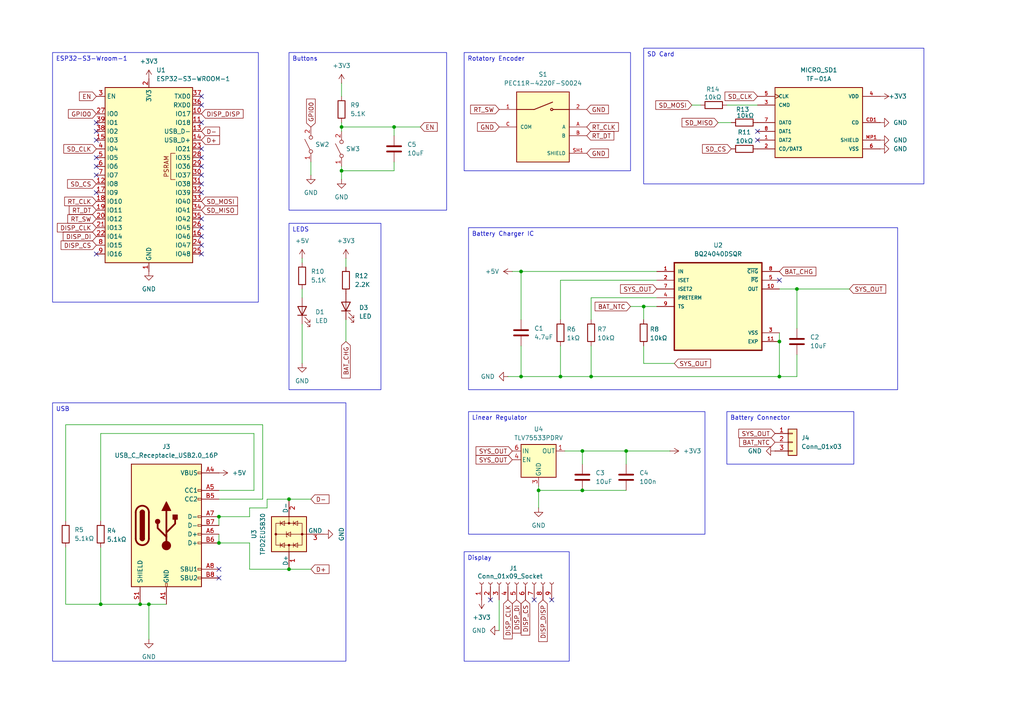
<source format=kicad_sch>
(kicad_sch (version 20250114) (generator "eeschema") (generator_version "9.0")
  (paper "A4")
  (title_block (title "Readily") (date "2026-02-16") (rev "v0.0.1") (company "Carlos Juar.eth"))
  (lib_symbols
    (symbol "BQ24040DSQR:BQ24040DSQR" (pin_names (offset 1.016))
      (property "Reference" "U" (at -12.7 13.7 0))
      (property "Value" "BQ24040DSQR" (at -12.7 -16.7 0))
      (symbol "BQ24040DSQR_0_0"
        (rectangle (start -12.7 -12.7) (end 12.7 12.7) (stroke (width 0.41)) (fill (type background)))
        (pin input line (at -17.78 10.16 0) (length 5.08) (name "IN") (number "1"))
        (pin input line (at -17.78 7.62 0) (length 5.08) (name "ISET") (number "2"))
        (pin input line (at -17.78 5.08 0) (length 5.08) (name "ISET2") (number "7"))
        (pin input line (at -17.78 2.54 0) (length 5.08) (name "PRETERM") (number "4"))
        (pin input line (at -17.78 0 0) (length 5.08) (name "TS") (number "9"))
        (pin output line (at 17.78 10.16 180) (length 5.08) (name "~{CHG}") (number "8"))
        (pin output line (at 17.78 7.62 180) (length 5.08) (name "~{PG}") (number "5"))
        (pin output line (at 17.78 5.08 180) (length 5.08) (name "OUT") (number "10"))
        (pin power_in line (at 17.78 -7.62 180) (length 5.08) (name "VSS") (number "3"))
        (pin power_in line (at 17.78 -10.16 180) (length 5.08) (name "EXP") (number "11"))
      )
    )
    (symbol "Connector:Conn_01x09_Socket" (pin_names (offset 1.016) (hide yes))
      (property "Reference" "J" (at 0 12.7 0))
      (property "Value" "Conn_01x09_Socket" (at 0 -12.7 0))
      (symbol "Conn_01x09_Socket_1_1"
        (polyline (pts (xy -1.27 10.16) (xy -0.508 10.16)) (stroke (width 0.1524)))
        (polyline (pts (xy -1.27 7.62) (xy -0.508 7.62)) (stroke (width 0.1524)))
        (polyline (pts (xy -1.27 5.08) (xy -0.508 5.08)) (stroke (width 0.1524)))
        (polyline (pts (xy -1.27 2.54) (xy -0.508 2.54)) (stroke (width 0.1524)))
        (polyline (pts (xy -1.27 0) (xy -0.508 0)) (stroke (width 0.1524)))
        (polyline (pts (xy -1.27 -2.54) (xy -0.508 -2.54)) (stroke (width 0.1524)))
        (polyline (pts (xy -1.27 -5.08) (xy -0.508 -5.08)) (stroke (width 0.1524)))
        (polyline (pts (xy -1.27 -7.62) (xy -0.508 -7.62)) (stroke (width 0.1524)))
        (polyline (pts (xy -1.27 -10.16) (xy -0.508 -10.16)) (stroke (width 0.1524)))
        (arc (start 0 9.652) (mid -0.5058 10.16) (end 0 10.668) (stroke (width 0.1524)))
        (arc (start 0 7.112) (mid -0.5058 7.62) (end 0 8.128) (stroke (width 0.1524)))
        (arc (start 0 4.572) (mid -0.5058 5.08) (end 0 5.588) (stroke (width 0.1524)))
        (arc (start 0 2.032) (mid -0.5058 2.54) (end 0 3.048) (stroke (width 0.1524)))
        (arc (start 0 -0.508) (mid -0.5058 0) (end 0 0.508) (stroke (width 0.1524)))
        (arc (start 0 -3.048) (mid -0.5058 -2.54) (end 0 -2.032) (stroke (width 0.1524)))
        (arc (start 0 -5.588) (mid -0.5058 -5.08) (end 0 -4.572) (stroke (width 0.1524)))
        (arc (start 0 -8.128) (mid -0.5058 -7.62) (end 0 -7.112) (stroke (width 0.1524)))
        (arc (start 0 -10.668) (mid -0.5058 -10.16) (end 0 -9.652) (stroke (width 0.1524)))
        (pin passive line (at -5.08 10.16 0) (length 3.81) (name "Pin_1") (number "1"))
        (pin passive line (at -5.08 7.62 0) (length 3.81) (name "Pin_2") (number "2"))
        (pin passive line (at -5.08 5.08 0) (length 3.81) (name "Pin_3") (number "3"))
        (pin passive line (at -5.08 2.54 0) (length 3.81) (name "Pin_4") (number "4"))
        (pin passive line (at -5.08 0 0) (length 3.81) (name "Pin_5") (number "5"))
        (pin passive line (at -5.08 -2.54 0) (length 3.81) (name "Pin_6") (number "6"))
        (pin passive line (at -5.08 -5.08 0) (length 3.81) (name "Pin_7") (number "7"))
        (pin passive line (at -5.08 -7.62 0) (length 3.81) (name "Pin_8") (number "8"))
        (pin passive line (at -5.08 -10.16 0) (length 3.81) (name "Pin_9") (number "9"))
      )
    )
    (symbol "Connector:USB_C_Receptacle_USB2.0_16P" (pin_names (offset 1.016))
      (property "Reference" "J" (at 0 22.225 0))
      (property "Value" "USB_C_Receptacle_USB2.0_16P" (at 0 19.685 0))
      (symbol "USB_C_Receptacle_USB2.0_16P_0_0"
        (rectangle (start -0.254 -17.78) (end 0.254 -16.764))
        (rectangle (start 10.16 15.494) (end 9.144 14.986))
        (rectangle (start 10.16 10.414) (end 9.144 9.906))
        (rectangle (start 10.16 7.874) (end 9.144 7.366))
        (rectangle (start 10.16 2.794) (end 9.144 2.286))
        (rectangle (start 10.16 0.254) (end 9.144 -0.254))
        (rectangle (start 10.16 -2.286) (end 9.144 -2.794))
        (rectangle (start 10.16 -4.826) (end 9.144 -5.334))
        (rectangle (start 10.16 -12.446) (end 9.144 -12.954))
        (rectangle (start 10.16 -14.986) (end 9.144 -15.494))
      )
      (symbol "USB_C_Receptacle_USB2.0_16P_0_1"
        (rectangle (start -10.16 17.78) (end 10.16 -17.78) (stroke (width 0.254)) (fill (type background)))
        (polyline (pts (xy -8.89 -3.81) (xy -8.89 3.81)) (stroke (width 0.508)))
        (rectangle (start -7.62 -3.81) (end -6.35 3.81) (stroke (width 0.254)) (fill (type outline)))
        (arc (start -7.62 3.81) (mid -6.985 4.4423) (end -6.35 3.81) (stroke (width 0.254)))
        (arc (start -7.62 3.81) (mid -6.985 4.4423) (end -6.35 3.81) (stroke (width 0.254)) (fill (type outline)))
        (arc (start -8.89 3.81) (mid -6.985 5.7067) (end -5.08 3.81) (stroke (width 0.508)))
        (arc (start -5.08 -3.81) (mid -6.985 -5.7067) (end -8.89 -3.81) (stroke (width 0.508)))
        (arc (start -6.35 -3.81) (mid -6.985 -4.4423) (end -7.62 -3.81) (stroke (width 0.254)))
        (arc (start -6.35 -3.81) (mid -6.985 -4.4423) (end -7.62 -3.81) (stroke (width 0.254)) (fill (type outline)))
        (polyline (pts (xy -5.08 3.81) (xy -5.08 -3.81)) (stroke (width 0.508)))
        (circle (center -2.54 1.143) (radius 0.635) (stroke (width 0.254)) (fill (type outline)))
        (polyline (pts (xy -1.27 4.318) (xy 0 6.858) (xy 1.27 4.318) (xy -1.27 4.318)) (stroke (width 0.254)) (fill (type outline)))
        (polyline (pts (xy 0 -2.032) (xy 2.54 0.508) (xy 2.54 1.778)) (stroke (width 0.508)))
        (polyline (pts (xy 0 -3.302) (xy -2.54 -0.762) (xy -2.54 0.508)) (stroke (width 0.508)))
        (polyline (pts (xy 0 -5.842) (xy 0 4.318)) (stroke (width 0.508)))
        (circle (center 0 -5.842) (radius 1.27) (fill (type outline)))
        (rectangle (start 1.905 1.778) (end 3.175 3.048) (stroke (width 0.254)) (fill (type outline)))
      )
      (symbol "USB_C_Receptacle_USB2.0_16P_1_1"
        (pin passive line (at -7.62 -22.86 90) (length 5.08) (name "SHIELD") (number "S1"))
        (pin passive line (at 0 -22.86 90) (length 5.08) (name "GND") (number "A1"))
        (pin passive line (at 0 -22.86 90) (length 5.08) (hide yes) (name "GND") (number "A12"))
        (pin passive line (at 0 -22.86 90) (length 5.08) (hide yes) (name "GND") (number "B1"))
        (pin passive line (at 0 -22.86 90) (length 5.08) (hide yes) (name "GND") (number "B12"))
        (pin passive line (at 15.24 15.24 180) (length 5.08) (name "VBUS") (number "A4"))
        (pin passive line (at 15.24 15.24 180) (length 5.08) (hide yes) (name "VBUS") (number "A9"))
        (pin passive line (at 15.24 15.24 180) (length 5.08) (hide yes) (name "VBUS") (number "B4"))
        (pin passive line (at 15.24 15.24 180) (length 5.08) (hide yes) (name "VBUS") (number "B9"))
        (pin bidirectional line (at 15.24 10.16 180) (length 5.08) (name "CC1") (number "A5"))
        (pin bidirectional line (at 15.24 7.62 180) (length 5.08) (name "CC2") (number "B5"))
        (pin bidirectional line (at 15.24 2.54 180) (length 5.08) (name "D-") (number "A7"))
        (pin bidirectional line (at 15.24 0 180) (length 5.08) (name "D-") (number "B7"))
        (pin bidirectional line (at 15.24 -2.54 180) (length 5.08) (name "D+") (number "A6"))
        (pin bidirectional line (at 15.24 -5.08 180) (length 5.08) (name "D+") (number "B6"))
        (pin bidirectional line (at 15.24 -12.7 180) (length 5.08) (name "SBU1") (number "A8"))
        (pin bidirectional line (at 15.24 -15.24 180) (length 5.08) (name "SBU2") (number "B8"))
      )
    )
    (symbol "Connector_Generic:Conn_01x03" (pin_names (offset 1.016) (hide yes))
      (property "Reference" "J" (at 0 5.08 0))
      (property "Value" "Conn_01x03" (at 0 -5.08 0))
      (symbol "Conn_01x03_1_1"
        (rectangle (start -1.27 3.81) (end 1.27 -3.81) (stroke (width 0.254)) (fill (type background)))
        (rectangle (start -1.27 2.667) (end 0 2.413) (stroke (width 0.1524)))
        (rectangle (start -1.27 0.127) (end 0 -0.127) (stroke (width 0.1524)))
        (rectangle (start -1.27 -2.413) (end 0 -2.667) (stroke (width 0.1524)))
        (pin passive line (at -5.08 2.54 0) (length 3.81) (name "Pin_1") (number "1"))
        (pin passive line (at -5.08 0 0) (length 3.81) (name "Pin_2") (number "2"))
        (pin passive line (at -5.08 -2.54 0) (length 3.81) (name "Pin_3") (number "3"))
      )
    )
    (symbol "Device:C" (pin_numbers (hide yes)) (pin_names (offset 0.254))
      (property "Reference" "C" (at 0.635 2.54 0))
      (property "Value" "C" (at 0.635 -2.54 0))
      (symbol "C_0_1"
        (polyline (pts (xy -2.032 0.762) (xy 2.032 0.762)) (stroke (width 0.508)))
        (polyline (pts (xy -2.032 -0.762) (xy 2.032 -0.762)) (stroke (width 0.508)))
      )
      (symbol "C_1_1"
        (pin passive line (at 0 3.81 270) (length 2.794) (name "~") (number "1"))
        (pin passive line (at 0 -3.81 90) (length 2.794) (name "~") (number "2"))
      )
    )
    (symbol "Device:LED" (pin_numbers (hide yes)) (pin_names (offset 1.016) (hide yes))
      (property "Reference" "D" (at 0 2.54 0))
      (property "Value" "LED" (at 0 -2.54 0))
      (symbol "LED_0_1"
        (polyline (pts (xy -3.048 -0.762) (xy -4.572 -2.286) (xy -3.81 -2.286) (xy -4.572 -2.286) (xy -4.572 -1.524)))
        (polyline (pts (xy -1.778 -0.762) (xy -3.302 -2.286) (xy -2.54 -2.286) (xy -3.302 -2.286) (xy -3.302 -1.524)))
        (polyline (pts (xy -1.27 0) (xy 1.27 0)))
        (polyline (pts (xy -1.27 -1.27) (xy -1.27 1.27)) (stroke (width 0.254)))
        (polyline (pts (xy 1.27 -1.27) (xy 1.27 1.27) (xy -1.27 0) (xy 1.27 -1.27)) (stroke (width 0.254)))
      )
      (symbol "LED_1_1"
        (pin passive line (at -3.81 0 0) (length 2.54) (name "K") (number "1"))
        (pin passive line (at 3.81 0 180) (length 2.54) (name "A") (number "2"))
      )
    )
    (symbol "Device:R" (pin_numbers (hide yes)) (pin_names (offset 0))
      (property "Reference" "R" (at 2.032 0 90))
      (property "Value" "R" (at 0 0 90))
      (symbol "R_0_1"
        (rectangle (start -1.016 -2.54) (end 1.016 2.54) (stroke (width 0.254)))
      )
      (symbol "R_1_1"
        (pin passive line (at 0 3.81 270) (length 1.27) (name "~") (number "1"))
        (pin passive line (at 0 -3.81 90) (length 1.27) (name "~") (number "2"))
      )
    )
    (symbol "Power_Protection:TPD2EUSB30" (pin_names (offset 0))
      (property "Reference" "U" (at 0 6.35 0))
      (property "Value" "TPD2EUSB30" (at 7.62 -7.62 0))
      (symbol "TPD2EUSB30_0_1"
        (rectangle (start -5.08 5.08) (end 5.08 -5.08) (stroke (width 0.254)) (fill (type background)))
        (polyline (pts (xy -5.08 0) (xy -3.175 0)))
        (polyline (pts (xy -3.81 2.54) (xy -2.54 2.54)))
        (polyline (pts (xy -3.81 -1.27) (xy -2.54 -1.27)))
        (rectangle (start -3.175 3.81) (end 3.175 -3.81))
        (circle (center -3.175 0) (radius 0.2794) (fill (type outline)))
        (polyline (pts (xy -2.54 1.27) (xy -3.81 1.27) (xy -3.175 2.54) (xy -2.54 1.27)))
        (polyline (pts (xy -2.54 -2.54) (xy -3.81 -2.54) (xy -3.175 -1.27) (xy -2.54 -2.54)))
        (circle (center 0 3.81) (radius 0.2794) (fill (type outline)))
        (polyline (pts (xy 0 3.81) (xy 0 -5.08)))
        (circle (center 0 -3.81) (radius 0.2794) (fill (type outline)))
        (polyline (pts (xy 0.635 -0.508) (xy -0.635 -0.508) (xy 0 0.762) (xy 0.635 -0.508)))
        (polyline (pts (xy 0.762 0.762) (xy -0.762 0.762) (xy -0.762 0.508)))
        (polyline (pts (xy 2.54 2.54) (xy 3.81 2.54)))
        (polyline (pts (xy 2.54 -1.27) (xy 3.81 -1.27)))
        (circle (center 3.175 0) (radius 0.2794) (fill (type outline)))
        (polyline (pts (xy 3.81 1.27) (xy 2.54 1.27) (xy 3.175 2.54) (xy 3.81 1.27)))
        (polyline (pts (xy 3.81 -2.54) (xy 2.54 -2.54) (xy 3.175 -1.27) (xy 3.81 -2.54)))
        (polyline (pts (xy 5.08 0) (xy 3.175 0)))
      )
      (symbol "TPD2EUSB30_1_1"
        (pin passive line (at -10.16 0 0) (length 5.08) (name "D+") (number "1"))
        (pin passive line (at 0 -10.16 90) (length 5.08) (name "GND") (number "3"))
        (pin passive line (at 10.16 0 180) (length 5.08) (name "D-") (number "2"))
      )
    )
    (symbol "RF_Module:ESP32-S3-WROOM-1"
      (property "Reference" "U" (at -12.7 26.67 0))
      (property "Value" "ESP32-S3-WROOM-1" (at 12.7 26.67 0))
      (symbol "ESP32-S3-WROOM-1_0_0"
        (rectangle (start -12.7 25.4) (end 12.7 -25.4) (stroke (width 0.254)) (fill (type background)))
        (text "PSRAM" (at 5.08 2.54 900) (effects (font (size 1.27 1.27))))
      )
      (symbol "ESP32-S3-WROOM-1_0_1"
        (polyline (pts (xy 7.62 -1.27) (xy 6.35 -1.27) (xy 6.35 6.35) (xy 7.62 6.35)))
      )
      (symbol "ESP32-S3-WROOM-1_1_1"
        (pin input line (at -15.24 22.86 0) (length 2.54) (name "EN") (number "3"))
        (pin bidirectional line (at -15.24 17.78 0) (length 2.54) (name "IO0") (number "27"))
        (pin bidirectional line (at -15.24 15.24 0) (length 2.54) (name "IO1") (number "39"))
        (pin bidirectional line (at -15.24 12.7 0) (length 2.54) (name "IO2") (number "38"))
        (pin bidirectional line (at -15.24 10.16 0) (length 2.54) (name "IO3") (number "15"))
        (pin bidirectional line (at -15.24 7.62 0) (length 2.54) (name "IO4") (number "4"))
        (pin bidirectional line (at -15.24 5.08 0) (length 2.54) (name "IO5") (number "5"))
        (pin bidirectional line (at -15.24 2.54 0) (length 2.54) (name "IO6") (number "6"))
        (pin bidirectional line (at -15.24 0 0) (length 2.54) (name "IO7") (number "7"))
        (pin bidirectional line (at -15.24 -2.54 0) (length 2.54) (name "IO8") (number "12"))
        (pin bidirectional line (at -15.24 -5.08 0) (length 2.54) (name "IO9") (number "17"))
        (pin bidirectional line (at -15.24 -7.62 0) (length 2.54) (name "IO10") (number "18"))
        (pin bidirectional line (at -15.24 -10.16 0) (length 2.54) (name "IO11") (number "19"))
        (pin bidirectional line (at -15.24 -12.7 0) (length 2.54) (name "IO12") (number "20"))
        (pin bidirectional line (at -15.24 -15.24 0) (length 2.54) (name "IO13") (number "21"))
        (pin bidirectional line (at -15.24 -17.78 0) (length 2.54) (name "IO14") (number "22"))
        (pin bidirectional line (at -15.24 -20.32 0) (length 2.54) (name "IO15") (number "8"))
        (pin bidirectional line (at -15.24 -22.86 0) (length 2.54) (name "IO16") (number "9"))
        (pin power_in line (at 0 27.94 270) (length 2.54) (name "3V3") (number "2"))
        (pin power_in line (at 0 -27.94 90) (length 2.54) (name "GND") (number "1"))
        (pin passive line (at 0 -27.94 90) (length 2.54) (hide yes) (name "GND") (number "40"))
        (pin passive line (at 0 -27.94 90) (length 2.54) (hide yes) (name "GND") (number "41"))
        (pin bidirectional line (at 15.24 22.86 180) (length 2.54) (name "TXD0") (number "37"))
        (pin bidirectional line (at 15.24 20.32 180) (length 2.54) (name "RXD0") (number "36"))
        (pin bidirectional line (at 15.24 17.78 180) (length 2.54) (name "IO17") (number "10"))
        (pin bidirectional line (at 15.24 15.24 180) (length 2.54) (name "IO18") (number "11"))
        (pin bidirectional line (at 15.24 12.7 180) (length 2.54) (name "USB_D-") (number "13"))
        (pin bidirectional line (at 15.24 10.16 180) (length 2.54) (name "USB_D+") (number "14"))
        (pin bidirectional line (at 15.24 7.62 180) (length 2.54) (name "IO21") (number "23"))
        (pin bidirectional line (at 15.24 5.08 180) (length 2.54) (name "IO35") (number "28"))
        (pin bidirectional line (at 15.24 2.54 180) (length 2.54) (name "IO36") (number "29"))
        (pin bidirectional line (at 15.24 0 180) (length 2.54) (name "IO37") (number "30"))
        (pin bidirectional line (at 15.24 -2.54 180) (length 2.54) (name "IO38") (number "31"))
        (pin bidirectional line (at 15.24 -5.08 180) (length 2.54) (name "IO39") (number "32"))
        (pin bidirectional line (at 15.24 -7.62 180) (length 2.54) (name "IO40") (number "33"))
        (pin bidirectional line (at 15.24 -10.16 180) (length 2.54) (name "IO41") (number "34"))
        (pin bidirectional line (at 15.24 -12.7 180) (length 2.54) (name "IO42") (number "35"))
        (pin bidirectional line (at 15.24 -15.24 180) (length 2.54) (name "IO45") (number "26"))
        (pin bidirectional line (at 15.24 -17.78 180) (length 2.54) (name "IO46") (number "16"))
        (pin bidirectional line (at 15.24 -20.32 180) (length 2.54) (name "IO47") (number "24"))
        (pin bidirectional line (at 15.24 -22.86 180) (length 2.54) (name "IO48") (number "25"))
      )
    )
    (symbol "Regulator_Linear:TLV75533PDRV" (pin_names (offset 0.254))
      (property "Reference" "U" (at -3.81 5.715 0))
      (property "Value" "TLV75533PDRV" (at 0 5.715 0))
      (symbol "TLV75533PDRV_0_1"
        (rectangle (start -5.08 4.445) (end 5.08 -5.08) (stroke (width 0.254)) (fill (type background)))
      )
      (symbol "TLV75533PDRV_1_1"
        (pin power_in line (at -7.62 2.54 0) (length 2.54) (name "IN") (number "6"))
        (pin input line (at -7.62 0 0) (length 2.54) (name "EN") (number "4"))
        (pin power_in line (at 0 -7.62 90) (length 2.54) (name "GND") (number "3"))
        (pin passive line (at 0 -7.62 90) (length 2.54) (hide yes) (name "GND") (number "7"))
        (pin no_connect line (at 5.08 0 180) (length 2.54) (hide yes) (name "NC") (number "2"))
        (pin no_connect line (at 5.08 -2.54 180) (length 2.54) (hide yes) (name "NC") (number "5"))
        (pin power_out line (at 7.62 2.54 180) (length 2.54) (name "OUT") (number "1"))
      )
    )
    (symbol "RotatoryEncoder:PEC11R-4220F-S0024" (pin_names (offset 1.016))
      (property "Reference" "S" (at -7.62 10.922 0))
      (property "Value" "PEC11R-4220F-S0024" (at -7.62 -12.7 0))
      (symbol "PEC11R-4220F-S0024_0_0"
        (rectangle (start -7.62 -10.16) (end 7.62 10.16) (stroke (width 0.254)) (fill (type background)))
        (polyline (pts (xy -2.54 5.08) (xy -7.62 5.08)) (stroke (width 0.254)))
        (polyline (pts (xy -2.54 5.08) (xy 2.794 7.2136)) (stroke (width 0.254)))
        (circle (center 2.54 5.08) (radius 0.3302) (stroke (width 0.254)))
        (polyline (pts (xy 7.62 5.08) (xy 2.921 5.08)) (stroke (width 0.254)))
        (pin passive line (at -12.7 5.08 0) (length 5.08) (name "~") (number "1"))
        (pin passive line (at -12.7 0 0) (length 5.08) (name "COM") (number "C"))
        (pin passive line (at 12.7 5.08 180) (length 5.08) (name "~") (number "2"))
        (pin passive line (at 12.7 0 180) (length 5.08) (name "A") (number "A"))
        (pin passive line (at 12.7 -2.54 180) (length 5.08) (name "B") (number "B"))
        (pin passive line (at 12.7 -7.62 180) (length 5.08) (name "SHIELD") (number "SH1"))
        (pin passive line (at 12.7 -7.62 180) (length 5.08) (hide yes) (name "SHIELD") (number "SH2"))
      )
    )
    (symbol "Switch:SW_SPST" (pin_names (offset 0) (hide yes))
      (property "Reference" "SW" (at 0 3.175 0))
      (property "Value" "SW_SPST" (at 0 -2.54 0))
      (symbol "SW_SPST_0_0"
        (circle (center -2.032 0) (radius 0.508))
        (polyline (pts (xy -1.524 0.254) (xy 1.524 1.778)))
        (circle (center 2.032 0) (radius 0.508))
      )
      (symbol "SW_SPST_1_1"
        (pin passive line (at -5.08 0 0) (length 2.54) (name "A") (number "1"))
        (pin passive line (at 5.08 0 180) (length 2.54) (name "B") (number "2"))
      )
    )
    (symbol "TF-01A:TF-01A" (pin_names (offset 1.016))
      (property "Reference" "MICRO_SD" (at -12.7 10.795 0))
      (property "Value" "TF-01A" (at -12.7 -12.7 0))
      (symbol "TF-01A_0_0"
        (rectangle (start -12.7 -10.16) (end 12.7 10.16) (stroke (width 0.254)) (fill (type background)))
        (pin bidirectional clock (at -17.78 7.62 0) (length 5.08) (name "CLK") (number "5"))
        (pin bidirectional line (at -17.78 5.08 0) (length 5.08) (name "CMD") (number "3"))
        (pin bidirectional line (at -17.78 0 0) (length 5.08) (name "DAT0") (number "7"))
        (pin bidirectional line (at -17.78 -2.54 0) (length 5.08) (name "DAT1") (number "8"))
        (pin bidirectional line (at -17.78 -5.08 0) (length 5.08) (name "DAT2") (number "1"))
        (pin bidirectional line (at -17.78 -7.62 0) (length 5.08) (name "CD/DAT3") (number "2"))
        (pin power_in line (at 17.78 7.62 180) (length 5.08) (name "VDD") (number "4"))
        (pin passive line (at 17.78 0 180) (length 5.08) (name "CD") (number "CD1"))
        (pin power_in line (at 17.78 -5.08 180) (length 5.08) (name "SHIELD") (number "MP1"))
        (pin power_in line (at 17.78 -5.08 180) (length 5.08) (hide yes) (name "SHIELD") (number "MP2"))
        (pin power_in line (at 17.78 -5.08 180) (length 5.08) (hide yes) (name "SHIELD") (number "MP3"))
        (pin power_in line (at 17.78 -5.08 180) (length 5.08) (hide yes) (name "SHIELD") (number "MP4"))
        (pin power_in line (at 17.78 -7.62 180) (length 5.08) (name "VSS") (number "6"))
      )
    )
    (symbol "power:GND" (power) (pin_numbers (hide yes)) (pin_names (offset 0) (hide yes))
      (property "Value" "GND" (at 0 -3.81 0))
      (symbol "GND_0_1"
        (polyline (pts (xy 0 0) (xy 0 -1.27) (xy 1.27 -1.27) (xy 0 -2.54) (xy -1.27 -1.27) (xy 0 -1.27)))
      )
      (symbol "GND_1_1"
        (pin power_in line (at 0 0 270) (length 0) (name "~") (number "1"))
      )
    )
    (symbol "power:VCC" (power) (pin_numbers (hide yes)) (pin_names (offset 0) (hide yes))
      (property "Value" "VCC" (at 0 3.556 0))
      (symbol "VCC_0_1"
        (polyline (pts (xy -0.762 1.27) (xy 0 2.54)))
        (polyline (pts (xy 0 2.54) (xy 0.762 1.27)))
        (polyline (pts (xy 0 0) (xy 0 2.54)))
      )
      (symbol "VCC_1_1"
        (pin power_in line (at 0 0 90) (length 0) (name "~") (number "1"))
      )
    )
  )
  (text_box "Battery Connector\n" (at 210.82 119.38 0) (size 36.83 15.24) (margins 0.9525 0.9525 0.9525 0.9525) (effects (font (size 1.27 1.27)) (justify left top)))
  (text_box "LEDS" (at 83.82 64.77 0) (size 26.67 48.26) (margins 0.9525 0.9525 0.9525 0.9525) (effects (font (size 1.27 1.27)) (justify left top)))
  (text_box "Rotatory Encoder" (at 134.62 15.24 0) (size 48.26 34.29) (margins 0.9525 0.9525 0.9525 0.9525) (effects (font (size 1.27 1.27)) (justify left top)))
  (text_box "Linear Regulator" (at 135.89 119.38 0) (size 68.58 35.56) (margins 0.9525 0.9525 0.9525 0.9525) (effects (font (size 1.27 1.27)) (justify left top)))
  (text_box "Buttons" (at 83.82 15.24 0) (size 45.72 45.72) (margins 0.9525 0.9525 0.9525 0.9525) (effects (font (size 1.27 1.27)) (justify left top)))
  (text_box "USB" (at 15.24 116.84 0) (size 85.09 74.93) (margins 0.9525 0.9525 0.9525 0.9525) (effects (font (size 1.27 1.27)) (justify left top)))
  (text_box "ESP32-S3-Wroom-1" (at 15.24 15.24 0) (size 59.69 72.39) (margins 0.9525 0.9525 0.9525 0.9525) (effects (font (size 1.27 1.27)) (justify left top)))
  (text_box "Display" (at 134.62 160.02 0) (size 30.48 31.75) (margins 0.9525 0.9525 0.9525 0.9525) (effects (font (size 1.27 1.27)) (justify left top)))
  (text_box "SD Card" (at 186.69 13.97 0) (size 81.28 39.37) (margins 0.9525 0.9525 0.9525 0.9525) (effects (font (size 1.27 1.27)) (justify left top)))
  (text_box "Battery Charger IC" (at 135.89 66.04 0) (size 124.46 46.99) (margins 0.9525 0.9525 0.9525 0.9525) (effects (font (size 1.27 1.27)) (justify left top)))
  (junction (at 29.21 175.26))
  (junction (at 63.5 157.48))
  (junction (at 168.91 130.81))
  (junction (at 162.56 109.22))
  (junction (at 226.06 99.06))
  (junction (at 63.5 149.86))
  (junction (at 171.45 109.22))
  (junction (at 186.69 88.9))
  (junction (at 181.61 130.81))
  (junction (at 151.13 109.22))
  (junction (at 231.14 83.82))
  (junction (at 99.06 36.83))
  (junction (at 83.82 144.78))
  (junction (at 114.3 36.83))
  (junction (at 83.82 165.1))
  (junction (at 226.06 109.22))
  (junction (at 40.64 175.26))
  (junction (at 151.13 78.74))
  (junction (at 168.91 142.24))
  (junction (at 43.18 175.26))
  (junction (at 99.06 49.53))
  (junction (at 156.21 142.24))
  (no_connect (at 63.5 167.64))
  (no_connect (at 58.42 27.94))
  (no_connect (at 58.42 48.26))
  (no_connect (at 58.42 53.34))
  (no_connect (at 58.42 43.18))
  (no_connect (at 58.42 68.58))
  (no_connect (at 160.02 173.99))
  (no_connect (at 27.94 38.1))
  (no_connect (at 58.42 66.04))
  (no_connect (at 219.71 40.64))
  (no_connect (at 27.94 35.56))
  (no_connect (at 27.94 40.64))
  (no_connect (at 226.06 81.28))
  (no_connect (at 58.42 63.5))
  (no_connect (at 27.94 48.26))
  (no_connect (at 154.94 173.99))
  (no_connect (at 58.42 50.8))
  (no_connect (at 58.42 35.56))
  (no_connect (at 58.42 30.48))
  (no_connect (at 27.94 45.72))
  (no_connect (at 142.24 173.99))
  (no_connect (at 27.94 55.88))
  (no_connect (at 27.94 73.66))
  (no_connect (at 58.42 55.88))
  (no_connect (at 27.94 50.8))
  (no_connect (at 63.5 165.1))
  (no_connect (at 58.42 45.72))
  (no_connect (at 219.71 38.1))
  (no_connect (at 58.42 73.66))
  (no_connect (at 58.42 71.12))
  (wire (pts (xy 168.91 130.81) (xy 163.83 130.81)))
  (wire (pts (xy 100.33 74.93) (xy 100.33 77.47)))
  (wire (pts (xy 63.5 142.24) (xy 73.66 142.24)))
  (wire (pts (xy 171.45 100.33) (xy 171.45 109.22)))
  (wire (pts (xy 100.33 92.71) (xy 100.33 99.06)))
  (wire (pts (xy 195.58 105.41) (xy 186.69 105.41)))
  (wire (pts (xy 29.21 175.26) (xy 40.64 175.26)))
  (wire (pts (xy 73.66 142.24) (xy 73.66 125.73)))
  (wire (pts (xy 171.45 109.22) (xy 162.56 109.22)))
  (wire (pts (xy 99.06 52.07) (xy 99.06 49.53)))
  (wire (pts (xy 210.82 30.48) (xy 219.71 30.48)))
  (wire (pts (xy 90.17 50.8) (xy 90.17 46.99)))
  (wire (pts (xy 162.56 109.22) (xy 151.13 109.22)))
  (wire (pts (xy 99.06 49.53) (xy 99.06 48.26)))
  (wire (pts (xy 162.56 81.28) (xy 162.56 92.71)))
  (wire (pts (xy 181.61 130.81) (xy 181.61 134.62)))
  (wire (pts (xy 168.91 142.24) (xy 181.61 142.24)))
  (wire (pts (xy 156.21 142.24) (xy 156.21 140.97)))
  (wire (pts (xy 151.13 100.33) (xy 151.13 109.22)))
  (wire (pts (xy 182.88 88.9) (xy 186.69 88.9)))
  (wire (pts (xy 200.66 30.48) (xy 203.2 30.48)))
  (wire (pts (xy 181.61 130.81) (xy 168.91 130.81)))
  (wire (pts (xy 194.31 130.81) (xy 181.61 130.81)))
  (wire (pts (xy 231.14 83.82) (xy 246.38 83.82)))
  (wire (pts (xy 43.18 175.26) (xy 43.18 185.42)))
  (wire (pts (xy 99.06 49.53) (xy 114.3 49.53)))
  (wire (pts (xy 29.21 125.73) (xy 29.21 151.13)))
  (wire (pts (xy 99.06 35.56) (xy 99.06 36.83)))
  (wire (pts (xy 151.13 78.74) (xy 190.5 78.74)))
  (wire (pts (xy 29.21 158.75) (xy 29.21 175.26)))
  (wire (pts (xy 99.06 36.83) (xy 99.06 38.1)))
  (wire (pts (xy 114.3 39.37) (xy 114.3 36.83)))
  (wire (pts (xy 72.39 149.86) (xy 63.5 149.86)))
  (wire (pts (xy 171.45 86.36) (xy 190.5 86.36)))
  (wire (pts (xy 114.3 46.99) (xy 114.3 49.53)))
  (wire (pts (xy 231.14 83.82) (xy 231.14 95.25)))
  (wire (pts (xy 226.06 96.52) (xy 226.06 99.06)))
  (wire (pts (xy 162.56 81.28) (xy 190.5 81.28)))
  (wire (pts (xy 226.06 83.82) (xy 231.14 83.82)))
  (wire (pts (xy 151.13 109.22) (xy 147.32 109.22)))
  (wire (pts (xy 19.05 158.75) (xy 19.05 175.26)))
  (wire (pts (xy 99.06 36.83) (xy 114.3 36.83)))
  (wire (pts (xy 72.39 165.1) (xy 72.39 157.48)))
  (wire (pts (xy 208.28 35.56) (xy 212.09 35.56)))
  (wire (pts (xy 87.63 83.82) (xy 87.63 86.36)))
  (wire (pts (xy 114.3 36.83) (xy 121.92 36.83)))
  (wire (pts (xy 99.06 24.13) (xy 99.06 27.94)))
  (wire (pts (xy 63.5 144.78) (xy 76.2 144.78)))
  (wire (pts (xy 83.82 144.78) (xy 77.47 144.78)))
  (wire (pts (xy 186.69 105.41) (xy 186.69 100.33)))
  (wire (pts (xy 73.66 125.73) (xy 29.21 125.73)))
  (wire (pts (xy 19.05 175.26) (xy 29.21 175.26)))
  (wire (pts (xy 156.21 147.32) (xy 156.21 142.24)))
  (wire (pts (xy 171.45 109.22) (xy 226.06 109.22)))
  (wire (pts (xy 72.39 147.32) (xy 72.39 149.86)))
  (wire (pts (xy 156.21 142.24) (xy 168.91 142.24)))
  (wire (pts (xy 83.82 165.1) (xy 72.39 165.1)))
  (wire (pts (xy 148.59 78.74) (xy 151.13 78.74)))
  (wire (pts (xy 63.5 149.86) (xy 63.5 152.4)))
  (wire (pts (xy 144.78 173.99) (xy 144.78 182.88)))
  (wire (pts (xy 190.5 88.9) (xy 186.69 88.9)))
  (wire (pts (xy 83.82 165.1) (xy 90.17 165.1)))
  (wire (pts (xy 231.14 102.87) (xy 231.14 109.22)))
  (wire (pts (xy 76.2 144.78) (xy 76.2 123.19)))
  (wire (pts (xy 162.56 100.33) (xy 162.56 109.22)))
  (wire (pts (xy 171.45 86.36) (xy 171.45 92.71)))
  (wire (pts (xy 186.69 88.9) (xy 186.69 92.71)))
  (wire (pts (xy 87.63 93.98) (xy 87.63 105.41)))
  (wire (pts (xy 226.06 99.06) (xy 226.06 109.22)))
  (wire (pts (xy 168.91 130.81) (xy 168.91 134.62)))
  (wire (pts (xy 19.05 123.19) (xy 19.05 151.13)))
  (wire (pts (xy 77.47 144.78) (xy 77.47 147.32)))
  (wire (pts (xy 87.63 74.93) (xy 87.63 76.2)))
  (wire (pts (xy 40.64 175.26) (xy 43.18 175.26)))
  (wire (pts (xy 43.18 175.26) (xy 48.26 175.26)))
  (wire (pts (xy 76.2 123.19) (xy 19.05 123.19)))
  (wire (pts (xy 77.47 147.32) (xy 72.39 147.32)))
  (wire (pts (xy 231.14 109.22) (xy 226.06 109.22)))
  (wire (pts (xy 83.82 144.78) (xy 90.17 144.78)))
  (wire (pts (xy 151.13 78.74) (xy 151.13 92.71)))
  (wire (pts (xy 72.39 157.48) (xy 63.5 157.48)))
  (wire (pts (xy 63.5 154.94) (xy 63.5 157.48)))
  (global_label "D+" (shape input) (at 58.42 40.64 0) (property "Intersheetrefs" "${INTERSHEET_REFS}" (effects (hide yes))))
  (global_label "EN" (shape input) (at 27.94 27.94 180) (property "Intersheetrefs" "${INTERSHEET_REFS}" (effects (hide yes))))
  (global_label "GND" (shape input) (at 170.18 31.75 0) (property "Intersheetrefs" "${INTERSHEET_REFS}" (effects (hide yes))))
  (global_label "GND" (shape input) (at 170.18 44.45 0) (property "Intersheetrefs" "${INTERSHEET_REFS}" (effects (hide yes))))
  (global_label "D-" (shape input) (at 90.17 144.78 0) (property "Intersheetrefs" "${INTERSHEET_REFS}" (effects (hide yes))))
  (global_label "SYS_OUT" (shape input) (at 224.79 125.73 180) (property "Intersheetrefs" "${INTERSHEET_REFS}" (effects (hide yes))))
  (global_label "SD_MISO" (shape input) (at 58.42 60.96 0) (property "Intersheetrefs" "${INTERSHEET_REFS}" (effects (hide yes))))
  (global_label "DISP_DI" (shape input) (at 149.86 173.99 270) (property "Intersheetrefs" "${INTERSHEET_REFS}" (effects (hide yes))))
  (global_label "GPIO0" (shape input) (at 27.94 33.02 180) (property "Intersheetrefs" "${INTERSHEET_REFS}" (effects (hide yes))))
  (global_label "BAT_CHG" (shape input) (at 100.33 99.06 270) (property "Intersheetrefs" "${INTERSHEET_REFS}" (effects (hide yes))))
  (global_label "SD_CS" (shape input) (at 212.09 43.18 180) (property "Intersheetrefs" "${INTERSHEET_REFS}" (effects (hide yes))))
  (global_label "SYS_OUT" (shape input) (at 148.59 130.81 180) (property "Intersheetrefs" "${INTERSHEET_REFS}" (effects (hide yes))))
  (global_label "RT_DT" (shape input) (at 170.18 39.37 0) (property "Intersheetrefs" "${INTERSHEET_REFS}" (effects (hide yes))))
  (global_label "SD_CLK" (shape input) (at 27.94 43.18 180) (property "Intersheetrefs" "${INTERSHEET_REFS}" (effects (hide yes))))
  (global_label "SYS_OUT" (shape input) (at 148.59 133.35 180) (property "Intersheetrefs" "${INTERSHEET_REFS}" (effects (hide yes))))
  (global_label "RT_CLK" (shape input) (at 27.94 58.42 180) (property "Intersheetrefs" "${INTERSHEET_REFS}" (effects (hide yes))))
  (global_label "RT_CLK" (shape input) (at 170.18 36.83 0) (property "Intersheetrefs" "${INTERSHEET_REFS}" (effects (hide yes))))
  (global_label "DISP_CLK" (shape input) (at 27.94 66.04 180) (property "Intersheetrefs" "${INTERSHEET_REFS}" (effects (hide yes))))
  (global_label "GPIO0" (shape input) (at 90.17 36.83 90) (property "Intersheetrefs" "${INTERSHEET_REFS}" (effects (hide yes))))
  (global_label "SYS_OUT" (shape input) (at 190.5 83.82 180) (property "Intersheetrefs" "${INTERSHEET_REFS}" (effects (hide yes))))
  (global_label "SD_MOSI" (shape input) (at 200.66 30.48 180) (property "Intersheetrefs" "${INTERSHEET_REFS}" (effects (hide yes))))
  (global_label "DISP_CLK" (shape input) (at 147.32 173.99 270) (property "Intersheetrefs" "${INTERSHEET_REFS}" (effects (hide yes))))
  (global_label "SD_CLK" (shape input) (at 219.71 27.94 180) (property "Intersheetrefs" "${INTERSHEET_REFS}" (effects (hide yes))))
  (global_label "BAT_CHG" (shape input) (at 226.06 78.74 0) (property "Intersheetrefs" "${INTERSHEET_REFS}" (effects (hide yes))))
  (global_label "SD_MISO" (shape input) (at 208.28 35.56 180) (property "Intersheetrefs" "${INTERSHEET_REFS}" (effects (hide yes))))
  (global_label "DISP_DI" (shape input) (at 27.94 68.58 180) (property "Intersheetrefs" "${INTERSHEET_REFS}" (effects (hide yes))))
  (global_label "DISP_DISP" (shape input) (at 157.48 173.99 270) (property "Intersheetrefs" "${INTERSHEET_REFS}" (effects (hide yes))))
  (global_label "EN" (shape input) (at 121.92 36.83 0) (property "Intersheetrefs" "${INTERSHEET_REFS}" (effects (hide yes))))
  (global_label "SYS_OUT" (shape input) (at 246.38 83.82 0) (property "Intersheetrefs" "${INTERSHEET_REFS}" (effects (hide yes))))
  (global_label "RT_DT" (shape input) (at 27.94 60.96 180) (property "Intersheetrefs" "${INTERSHEET_REFS}" (effects (hide yes))))
  (global_label "DISP_DISP" (shape input) (at 58.42 33.02 0) (property "Intersheetrefs" "${INTERSHEET_REFS}" (effects (hide yes))))
  (global_label "D+" (shape input) (at 90.17 165.1 0) (property "Intersheetrefs" "${INTERSHEET_REFS}" (effects (hide yes))))
  (global_label "SD_MOSI" (shape input) (at 58.42 58.42 0) (property "Intersheetrefs" "${INTERSHEET_REFS}" (effects (hide yes))))
  (global_label "SD_CS" (shape input) (at 27.94 53.34 180) (property "Intersheetrefs" "${INTERSHEET_REFS}" (effects (hide yes))))
  (global_label "D-" (shape input) (at 58.42 38.1 0) (property "Intersheetrefs" "${INTERSHEET_REFS}" (effects (hide yes))))
  (global_label "DISP_CS" (shape input) (at 27.94 71.12 180) (property "Intersheetrefs" "${INTERSHEET_REFS}" (effects (hide yes))))
  (global_label "RT_SW" (shape input) (at 144.78 31.75 180) (property "Intersheetrefs" "${INTERSHEET_REFS}" (effects (hide yes))))
  (global_label "RT_SW" (shape input) (at 27.94 63.5 180) (property "Intersheetrefs" "${INTERSHEET_REFS}" (effects (hide yes))))
  (global_label "SYS_OUT" (shape input) (at 195.58 105.41 0) (property "Intersheetrefs" "${INTERSHEET_REFS}" (effects (hide yes))))
  (global_label "BAT_NTC" (shape input) (at 224.79 128.27 180) (property "Intersheetrefs" "${INTERSHEET_REFS}" (effects (hide yes))))
  (global_label "DISP_CS" (shape input) (at 152.4 173.99 270) (property "Intersheetrefs" "${INTERSHEET_REFS}" (effects (hide yes))))
  (global_label "GND" (shape input) (at 144.78 36.83 180) (property "Intersheetrefs" "${INTERSHEET_REFS}" (effects (hide yes))))
  (global_label "BAT_NTC" (shape input) (at 182.88 88.9 180) (property "Intersheetrefs" "${INTERSHEET_REFS}" (effects (hide yes))))
  (symbol (lib_id "Device:R") (at 186.69 96.52 180) (unit 1)
    (property "Reference" "R8" (at 188.468 95.504 0) (effects (justify right)))
    (property "Value" "10kΩ" (at 188.468 98.044 0) (effects (justify right)))
    (property "Footprint" "PCM_JLCPCB:R_0603" (effects (hide yes)))
    (property "Description" "Resistor" (effects (hide yes)))
  )
  (symbol (lib_id "Device:R") (at 215.9 35.56 90) (unit 1)
    (property "Reference" "R13" (at 215.392 31.75 90))
    (property "Value" "10kΩ" (at 216.154 33.528 90))
    (property "Footprint" "PCM_JLCPCB:R_0603" (effects (hide yes)))
    (property "Description" "Resistor" (effects (hide yes)))
  )
  (symbol (lib_id "power:GND") (at 255.27 43.18 90) (unit 1)
    (property "Reference" "#PWR023" (effects (hide yes)))
    (property "Value" "GND" (at 259.08 43.1799 90) (effects (justify right)))
    (property "Description" "Power symbol creates a global label with name \"GND\" , ground" (effects (hide yes)))
  )
  (symbol (lib_id "power:GND") (at 147.32 109.22 270) (unit 1)
    (property "Reference" "#PWR012" (effects (hide yes)))
    (property "Value" "GND" (at 143.51 109.2199 90) (effects (justify right)))
    (property "Description" "Power symbol creates a global label with name \"GND\" , ground" (effects (hide yes)))
  )
  (symbol (lib_id "power:VCC") (at 100.33 74.93 0) (unit 1)
    (property "Reference" "#PWR022" (effects (hide yes)))
    (property "Value" "+3V3" (at 100.33 69.85 0))
    (property "Description" "Power symbol creates a global label with name \"VCC\"" (effects (hide yes)))
  )
  (symbol (lib_id "Switch:SW_SPST") (at 90.17 41.91 90) (unit 1)
    (property "Reference" "SW2" (at 91.44 41.9099 90) (effects (justify right)))
    (property "Value" "SW_SPST" (effects (hide yes)))
    (property "Footprint" "Button_Switch_SMD:SW_SPST_B3U-1000P" (effects (hide yes)))
    (property "Description" "Single Pole Single Throw (SPST) switch" (effects (hide yes)))
  )
  (symbol (lib_id "power:GND") (at 90.17 50.8 0) (unit 1)
    (property "Reference" "#PWR016" (effects (hide yes)))
    (property "Value" "GND" (at 90.17 55.88 0))
    (property "Description" "Power symbol creates a global label with name \"GND\" , ground" (effects (hide yes)))
  )
  (symbol (lib_id "Device:LED") (at 87.63 90.17 90) (unit 1)
    (property "Reference" "D1" (at 91.44 90.4874 90) (effects (justify right)))
    (property "Value" "LED" (at 91.44 93.0274 90) (effects (justify right)))
    (property "Footprint" "LED_SMD:LED_0603_1608Metric" (effects (hide yes)))
    (property "Description" "Light emitting diode" (effects (hide yes)))
    (property "Sim.Pins" "1=K 2=A" (effects (hide yes)))
  )
  (symbol (lib_id "power:GND") (at 255.27 35.56 90) (unit 1)
    (property "Reference" "#PWR025" (effects (hide yes)))
    (property "Value" "GND" (at 259.08 35.5599 90) (effects (justify right)))
    (property "Description" "Power symbol creates a global label with name \"GND\" , ground" (effects (hide yes)))
  )
  (symbol (lib_id "Device:R") (at 19.05 154.94 0) (unit 1)
    (property "Reference" "R5" (at 21.59 153.6699 0) (effects (justify left)))
    (property "Value" "5.1kΩ" (at 21.59 156.2099 0) (effects (justify left)))
    (property "Footprint" "PCM_JLCPCB:R_0603" (effects (hide yes)))
    (property "Description" "Resistor" (effects (hide yes)))
  )
  (symbol (lib_id "Power_Protection:TPD2EUSB30") (at 83.82 154.94 90) (unit 1)
    (property "Reference" "U3" (at 73.66 154.94 0))
    (property "Value" "TPD2EUSB30" (at 76.2 154.94 0))
    (property "Footprint" "Package_TO_SOT_SMD:Texas_DRT-3" (effects (hide yes)))
    (property "Datasheet" "http://www.ti.com/lit/ds/symlink/tpd2eusb30a.pdf" (effects (hide yes)))
    (property "Description" "2-Channel ESD Protection for Super-Speed USB 3.0 Interface, DRT-3" (effects (hide yes)))
  )
  (symbol (lib_id "power:GND") (at 144.78 182.88 270) (unit 1)
    (property "Reference" "#PWR07" (effects (hide yes)))
    (property "Value" "GND" (at 140.97 182.8799 90) (effects (justify right)))
    (property "Description" "Power symbol creates a global label with name \"GND\" , ground" (effects (hide yes)))
  )
  (symbol (lib_id "power:GND") (at 93.98 154.94 90) (unit 1)
    (property "Reference" "#PWR03" (effects (hide yes)))
    (property "Value" "GND" (at 99.06 154.94 0))
    (property "Description" "Power symbol creates a global label with name \"GND\" , ground" (effects (hide yes)))
  )
  (symbol (lib_id "power:VCC") (at 148.59 78.74 90) (unit 1)
    (property "Reference" "#PWR011" (effects (hide yes)))
    (property "Value" "+5V" (at 144.78 78.7399 90) (effects (justify left)))
    (property "Description" "Power symbol creates a global label with name \"VCC\"" (effects (hide yes)))
  )
  (symbol (lib_id "power:VCC") (at 255.27 27.94 270) (unit 1)
    (property "Reference" "#PWR024" (effects (hide yes)))
    (property "Value" "+3V3" (at 260.35 27.94 90))
    (property "Description" "Power symbol creates a global label with name \"VCC\"" (effects (hide yes)))
  )
  (symbol (lib_id "Device:R") (at 215.9 43.18 90) (unit 1)
    (property "Reference" "R11" (at 215.9 38.354 90))
    (property "Value" "10kΩ" (at 215.9 40.894 90))
    (property "Footprint" "PCM_JLCPCB:R_0603" (effects (hide yes)))
    (property "Description" "Resistor" (effects (hide yes)))
  )
  (symbol (lib_id "power:GND") (at 43.18 78.74 0) (unit 1)
    (property "Reference" "#PWR04" (effects (hide yes)))
    (property "Value" "GND" (at 43.18 83.82 0))
    (property "Description" "Power symbol creates a global label with name \"GND\" , ground" (effects (hide yes)))
  )
  (symbol (lib_id "Connector:USB_C_Receptacle_USB2.0_16P") (at 48.26 152.4 0) (unit 1)
    (property "Reference" "J3" (at 48.26 129.54 0))
    (property "Value" "USB_C_Receptacle_USB2.0_16P" (at 48.26 132.08 0))
    (property "Footprint" "Connector_USB:USB_C_Receptacle_HRO_TYPE-C-31-M-12" (effects (hide yes)))
    (property "Datasheet" "https://www.usb.org/sites/default/files/documents/usb_type-c.zip" (effects (hide yes)))
    (property "Description" "USB 2.0-only 16P Type-C Receptacle connector" (effects (hide yes)))
  )
  (symbol (lib_id "Device:R") (at 87.63 80.01 0) (unit 1)
    (property "Reference" "R10" (at 90.17 78.7399 0) (effects (justify left)))
    (property "Value" "5.1K" (at 90.17 81.2799 0) (effects (justify left)))
    (property "Footprint" "PCM_JLCPCB:R_0603" (effects (hide yes)))
    (property "Description" "Resistor" (effects (hide yes)))
  )
  (symbol (lib_id "power:VCC") (at 87.63 74.93 0) (unit 1)
    (property "Reference" "#PWR019" (effects (hide yes)))
    (property "Value" "+5V" (at 87.63 69.85 0))
    (property "Description" "Power symbol creates a global label with name \"VCC\"" (effects (hide yes)))
  )
  (symbol (lib_id "power:VCC") (at 43.18 22.86 0) (unit 1)
    (property "Reference" "#PWR05" (effects (hide yes)))
    (property "Value" "+3V3" (at 43.18 17.78 0))
    (property "Description" "Power symbol creates a global label with name \"VCC\"" (effects (hide yes)))
  )
  (symbol (lib_id "power:VCC") (at 139.7 173.99 180) (unit 1)
    (property "Reference" "#PWR06" (effects (hide yes)))
    (property "Value" "+3V3" (at 139.7 179.07 0))
    (property "Description" "Power symbol creates a global label with name \"VCC\"" (effects (hide yes)))
  )
  (symbol (lib_id "power:GND") (at 224.79 130.81 270) (unit 1)
    (property "Reference" "#PWR014" (effects (hide yes)))
    (property "Value" "GND" (at 220.98 130.8099 90) (effects (justify right)))
    (property "Description" "Power symbol creates a global label with name \"GND\" , ground" (effects (hide yes)))
  )
  (symbol (lib_id "Device:R") (at 29.21 154.94 180) (unit 1)
    (property "Reference" "R4" (at 30.988 153.924 0) (effects (justify right)))
    (property "Value" "5.1kΩ" (at 30.988 156.464 0) (effects (justify right)))
    (property "Footprint" "PCM_JLCPCB:R_0603" (effects (hide yes)))
    (property "Description" "Resistor" (effects (hide yes)))
  )
  (symbol (lib_id "Device:R") (at 99.06 31.75 0) (unit 1)
    (property "Reference" "R9" (at 101.6 30.4799 0) (effects (justify left)))
    (property "Value" "5.1K" (at 101.6 33.0199 0) (effects (justify left)))
    (property "Footprint" "PCM_JLCPCB:R_0603" (effects (hide yes)))
    (property "Description" "Resistor" (effects (hide yes)))
  )
  (symbol (lib_id "Device:C") (at 231.14 99.06 0) (unit 1)
    (property "Reference" "C2" (at 234.95 97.7899 0) (effects (justify left)))
    (property "Value" "10uF" (at 234.95 100.3299 0) (effects (justify left)))
    (property "Footprint" "PCM_JLCPCB:C_0805" (effects (hide yes)))
    (property "Description" "Unpolarized capacitor" (effects (hide yes)))
  )
  (symbol (lib_id "power:GND") (at 99.06 52.07 0) (unit 1)
    (property "Reference" "#PWR018" (effects (hide yes)))
    (property "Value" "GND" (at 99.06 57.15 0))
    (property "Description" "Power symbol creates a global label with name \"GND\" , ground" (effects (hide yes)))
  )
  (symbol (lib_id "power:VCC") (at 99.06 24.13 0) (unit 1)
    (property "Reference" "#PWR017" (effects (hide yes)))
    (property "Value" "+3V3" (at 99.06 19.05 0))
    (property "Description" "Power symbol creates a global label with name \"VCC\"" (effects (hide yes)))
  )
  (symbol (lib_id "power:GND") (at 156.21 147.32 0) (unit 1)
    (property "Reference" "#PWR013" (effects (hide yes)))
    (property "Value" "GND" (at 156.21 152.4 0))
    (property "Description" "Power symbol creates a global label with name \"GND\" , ground" (effects (hide yes)))
  )
  (symbol (lib_id "RF_Module:ESP32-S3-WROOM-1") (at 43.18 50.8 0) (unit 1)
    (property "Reference" "U1" (at 45.3233 20.32 0) (effects (justify left)))
    (property "Value" "ESP32-S3-WROOM-1" (at 45.3233 22.86 0) (effects (justify left)))
    (property "Footprint" "RF_Module:ESP32-S3-WROOM-1" (effects (hide yes)))
    (property "Datasheet" "https://www.espressif.com/sites/default/files/documentation/esp32-s3-wroom-1_wroom-1u_datasheet_en.pdf" (effects (hide yes)))
    (property "Description" "RF Module, ESP32-S3 SoC, Wi-Fi 802.11b/g/n, Bluetooth, BLE, 32-bit, 3.3V, onboard antenna, SMD" (effects (hide yes)))
  )
  (symbol (lib_id "Connector_Generic:Conn_01x03") (at 229.87 128.27 0) (unit 1)
    (property "Reference" "J4" (at 232.41 126.9999 0) (effects (justify left)))
    (property "Value" "Conn_01x03" (at 232.41 129.5399 0) (effects (justify left)))
    (property "Footprint" "JST_PH_B3B-PH-K_1x03_P2.00mm_Vertical" (effects (hide yes)))
    (property "Description" "Generic connector, single row, 01x03, script generated (kicad-library-utils/schlib/autogen/connector/)" (effects (hide yes)))
  )
  (symbol (lib_id "RotatoryEncoder:PEC11R-4220F-S0024") (at 157.48 36.83 0) (unit 1)
    (property "Reference" "S1" (at 157.48 21.59 0))
    (property "Value" "PEC11R-4220F-S0024" (at 157.48 24.13 0))
    (property "Footprint" "RotatoryEncoder:XDCR_PEC11R-4220F-S0024" (effects (hide yes)))
    (property "MF" "Bourns" (effects (hide yes)))
    (property "Description_1" "Encoder, Rotary, 24 Detents, 20 mm Shaft, Switch | Bourns PEC11R-4220F-S0024" (effects (hide yes)))
    (property "CREATOR" "ASHISH" (effects (hide yes)))
    (property "Price" "None" (effects (hide yes)))
    (property "Package" "None" (effects (hide yes)))
    (property "Check_prices" "https://www.snapeda.com/parts/PEC11R-4220F-S0024/Bourns/view-part/?ref=eda" (effects (hide yes)))
    (property "STANDARD" "Manufacturer Recommendations" (effects (hide yes)))
    (property "PARTREV" "11/23" (effects (hide yes)))
    (property "VERIFIER" "KARTHIK" (effects (hide yes)))
    (property "SnapEDA_Link" "https://www.snapeda.com/parts/PEC11R-4220F-S0024/Bourns/view-part/?ref=snap" (effects (hide yes)))
    (property "MP" "PEC11R-4220F-S0024" (effects (hide yes)))
    (property "Purchase-URL" "https://www.snapeda.com/api/url_track_click_mouser/?unipart_id=48710&manufacturer=Bourns&part_name=PEC11R-4220F-S0024&search_term=None" (effects (hide yes)))
    (property "Availability" "In Stock" (effects (hide yes)))
    (property "MANUFACTURER" "Bourns" (effects (hide yes)))
  )
  (symbol (lib_id "Connector:Conn_01x09_Socket") (at 149.86 168.91 90) (unit 1)
    (property "Reference" "J1" (at 150.114 164.846 90) (effects (justify left)))
    (property "Value" "Conn_01x09_Socket" (at 157.48 167.132 90) (effects (justify left)))
    (property "Footprint" "Pin01x09:Pins01x09" (effects (hide yes)))
    (property "Description" "Generic connector, single row, 01x09, script generated" (effects (hide yes)))
  )
  (symbol (lib_id "power:GND") (at 43.18 185.42 0) (unit 1)
    (property "Reference" "#PWR02" (effects (hide yes)))
    (property "Value" "GND" (at 43.18 190.5 0))
    (property "Description" "Power symbol creates a global label with name \"GND\" , ground" (effects (hide yes)))
  )
  (symbol (lib_id "power:VCC") (at 63.5 137.16 270) (unit 1)
    (property "Reference" "#PWR01" (effects (hide yes)))
    (property "Value" "+5V" (at 67.31 137.1599 90) (effects (justify left)))
    (property "Description" "Power symbol creates a global label with name \"VCC\"" (effects (hide yes)))
  )
  (symbol (lib_id "Device:C") (at 168.91 138.43 0) (unit 1)
    (property "Reference" "C3" (at 172.72 137.1599 0) (effects (justify left)))
    (property "Value" "10uF" (at 172.72 139.6999 0) (effects (justify left)))
    (property "Footprint" "PCM_JLCPCB:C_0805" (effects (hide yes)))
    (property "Description" "Unpolarized capacitor" (effects (hide yes)))
  )
  (symbol (lib_id "power:GND") (at 255.27 40.64 90) (unit 1)
    (property "Reference" "#PWR020" (effects (hide yes)))
    (property "Value" "GND" (at 259.08 40.6399 90) (effects (justify right)))
    (property "Description" "Power symbol creates a global label with name \"GND\" , ground" (effects (hide yes)))
  )
  (symbol (lib_id "Device:R") (at 207.01 30.48 90) (unit 1)
    (property "Reference" "R14" (at 206.756 25.908 90))
    (property "Value" "10kΩ" (at 206.756 28.194 90))
    (property "Footprint" "PCM_JLCPCB:R_0603" (effects (hide yes)))
    (property "Description" "Resistor" (effects (hide yes)))
  )
  (symbol (lib_id "Device:R") (at 100.33 81.28 0) (unit 1)
    (property "Reference" "R12" (at 102.87 80.0099 0) (effects (justify left)))
    (property "Value" "2.2K" (at 102.87 82.5499 0) (effects (justify left)))
    (property "Footprint" "PCM_JLCPCB:R_0603" (effects (hide yes)))
    (property "Description" "Resistor" (effects (hide yes)))
  )
  (symbol (lib_id "Device:C") (at 151.13 96.52 0) (unit 1)
    (property "Reference" "C1" (at 154.94 95.2499 0) (effects (justify left)))
    (property "Value" "4.7uF" (at 154.94 97.7899 0) (effects (justify left)))
    (property "Footprint" "PCM_JLCPCB:C_0603" (effects (hide yes)))
    (property "Description" "Unpolarized capacitor" (effects (hide yes)))
  )
  (symbol (lib_id "power:VCC") (at 194.31 130.81 270) (unit 1)
    (property "Reference" "#PWR015" (effects (hide yes)))
    (property "Value" "+3V3" (at 198.12 130.8099 90) (effects (justify left)))
    (property "Description" "Power symbol creates a global label with name \"VCC\"" (effects (hide yes)))
  )
  (symbol (lib_id "Device:LED") (at 100.33 88.9 90) (unit 1)
    (property "Reference" "D3" (at 104.14 89.2174 90) (effects (justify right)))
    (property "Value" "LED" (at 104.14 91.7574 90) (effects (justify right)))
    (property "Footprint" "LED_SMD:LED_0603_1608Metric" (effects (hide yes)))
    (property "Description" "Light emitting diode" (effects (hide yes)))
    (property "Sim.Pins" "1=K 2=A" (effects (hide yes)))
  )
  (symbol (lib_id "Device:R") (at 162.56 96.52 180) (unit 1)
    (property "Reference" "R6" (at 164.338 95.504 0) (effects (justify right)))
    (property "Value" "1kΩ" (at 164.338 98.044 0) (effects (justify right)))
    (property "Footprint" "PCM_JLCPCB:R_0603" (effects (hide yes)))
    (property "Description" "Resistor" (effects (hide yes)))
  )
  (symbol (lib_id "BQ24040DSQR:BQ24040DSQR") (at 208.28 88.9 0) (unit 1)
    (property "Reference" "U2" (at 208.28 71.12 0))
    (property "Value" "BQ24040DSQR" (at 208.28 73.66 0))
    (property "Footprint" "BQ24040DSQR:SON40P200X200X80-11N" (effects (hide yes)))
    (property "MF" "Texas Instruments" (effects (hide yes)))
    (property "Description_1" "Standalone 1-cell 1-A linear battery charger with 4.2-V VBAT and Temperature Sensing" (effects (hide yes)))
    (property "Package" "WSON-10 Texas Instruments" (effects (hide yes)))
    (property "Price" "None" (effects (hide yes)))
    (property "SnapEDA_Link" "https://www.snapeda.com/parts/BQ24040DSQR/Texas+Instruments/view-part/?ref=snap" (effects (hide yes)))
    (property "MP" "BQ24040DSQR" (effects (hide yes)))
    (property "Availability" "In Stock" (effects (hide yes)))
    (property "Check_prices" "https://www.snapeda.com/parts/BQ24040DSQR/Texas+Instruments/view-part/?ref=eda" (effects (hide yes)))
  )
  (symbol (lib_id "power:GND") (at 87.63 105.41 0) (unit 1)
    (property "Reference" "#PWR021" (effects (hide yes)))
    (property "Value" "GND" (at 87.63 110.49 0))
    (property "Description" "Power symbol creates a global label with name \"GND\" , ground" (effects (hide yes)))
  )
  (symbol (lib_id "Device:C") (at 181.61 138.43 0) (unit 1)
    (property "Reference" "C4" (at 185.42 137.1599 0) (effects (justify left)))
    (property "Value" "100n" (at 185.42 139.6999 0) (effects (justify left)))
    (property "Footprint" "PCM_JLCPCB:C_0603" (effects (hide yes)))
    (property "Description" "Unpolarized capacitor" (effects (hide yes)))
  )
  (symbol (lib_id "Switch:SW_SPST") (at 99.06 43.18 90) (unit 1)
    (property "Reference" "SW3" (at 100.33 43.1799 90) (effects (justify right)))
    (property "Value" "SW_SPST" (effects (hide yes)))
    (property "Footprint" "Button_Switch_SMD:SW_SPST_B3U-1000P" (effects (hide yes)))
    (property "Description" "Single Pole Single Throw (SPST) switch" (effects (hide yes)))
  )
  (symbol (lib_id "Device:R") (at 171.45 96.52 180) (unit 1)
    (property "Reference" "R7" (at 173.228 95.504 0) (effects (justify right)))
    (property "Value" "10kΩ" (at 173.228 98.044 0) (effects (justify right)))
    (property "Footprint" "PCM_JLCPCB:R_0603" (effects (hide yes)))
    (property "Description" "Resistor" (effects (hide yes)))
  )
  (symbol (lib_id "TF-01A:TF-01A") (at 237.49 35.56 0) (unit 1)
    (property "Reference" "MICRO_SD1" (at 237.49 20.32 0))
    (property "Value" "TF-01A" (at 237.49 22.86 0))
    (property "Footprint" "TF-01A:TF-01A" (effects (hide yes)))
    (property "MF" "HRO Electronics Co., Ltd." (effects (hide yes)))
    (property "Description_1" "Standard Card Edge Connectors" (effects (hide yes)))
    (property "Package" "Package" (effects (hide yes)))
    (property "Price" "None" (effects (hide yes)))
    (property "SnapEDA_Link" "https://www.snapeda.com/parts/TF-01A/HRO+Electronics+Co.%252C+Ltd./view-part/?ref=snap" (effects (hide yes)))
    (property "MP" "TF-01A" (effects (hide yes)))
    (property "Availability" "Not in stock" (effects (hide yes)))
    (property "Check_prices" "https://www.snapeda.com/parts/TF-01A/HRO+Electronics+Co.%252C+Ltd./view-part/?ref=eda" (effects (hide yes)))
  )
  (symbol (lib_id "Regulator_Linear:TLV75533PDRV") (at 156.21 133.35 0) (unit 1)
    (property "Reference" "U4" (at 156.21 124.46 0))
    (property "Value" "TLV75533PDRV" (at 156.21 127 0))
    (property "Footprint" "Package_SON:WSON-6-1EP_2x2mm_P0.65mm_EP1x1.6mm" (effects (hide yes)))
    (property "Datasheet" "http://www.ti.com/lit/ds/symlink/tlv755p.pdf" (effects (hide yes)))
    (property "Description" "500mA Low Dropout Voltage Regulator, Fixed Output 3.3V, WSON6" (effects (hide yes)))
  )
  (symbol (lib_id "Device:C") (at 114.3 43.18 0) (unit 1)
    (property "Reference" "C5" (at 118.11 41.9099 0) (effects (justify left)))
    (property "Value" "10uF" (at 118.11 44.4499 0) (effects (justify left)))
    (property "Footprint" "PCM_JLCPCB:C_0805" (effects (hide yes)))
    (property "Description" "Unpolarized capacitor" (effects (hide yes)))
  )
)
</source>
